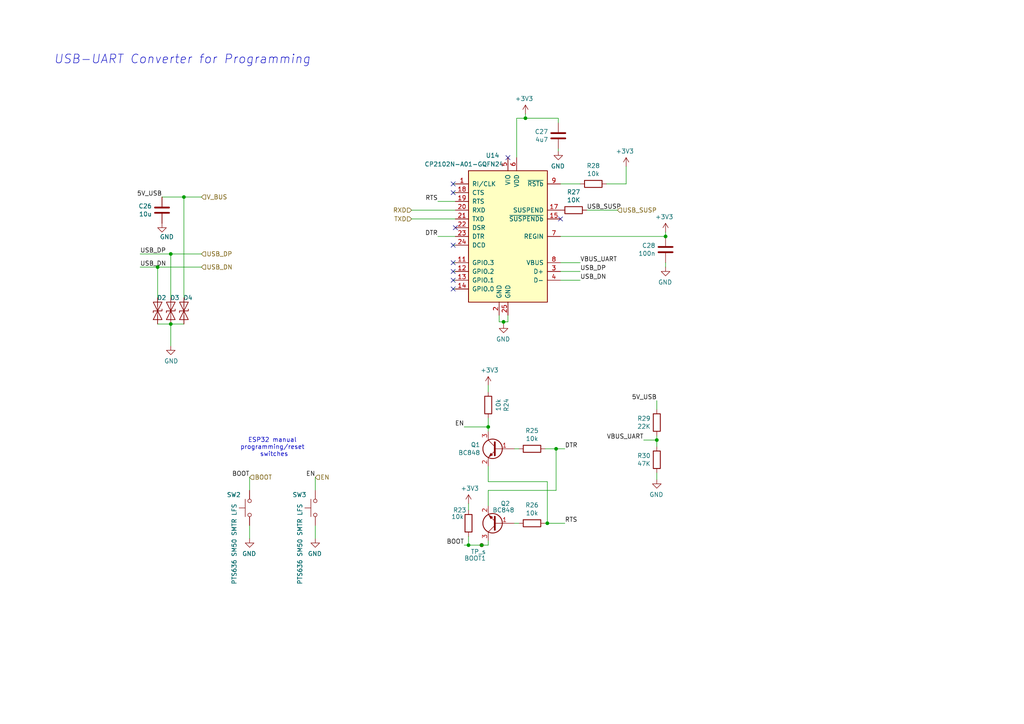
<source format=kicad_sch>
(kicad_sch (version 20231120) (generator "eeschema") (generator_version "8.0")
  (paper "A4")
  (lib_symbols
    (symbol "Connector:TestPoint_Small" (pin_numbers hide) (pin_names (offset 0.762) hide)
      (property "Reference" "TP" (at 0 3.81 0))
      (property "Value" "TestPoint_Small" (at 0 2.032 0))
      (symbol "TestPoint_Small_0_1"
        (circle (center 0 0) (radius 0.508))
      )
      (symbol "TestPoint_Small_1_1"
        (pin passive line (at 0 0 90) (length 0) (name "1") (number "1"))
      )
    )
    (symbol "Device:C" (pin_numbers hide) (pin_names (offset 0.254))
      (property "Reference" "C" (at 0.635 2.54 0))
      (property "Value" "C" (at 0.635 -2.54 0))
      (symbol "C_0_1"
        (polyline (pts (xy -2.032 -0.762) (xy 2.032 -0.762)) (stroke (width 0.508)))
        (polyline (pts (xy -2.032 0.762) (xy 2.032 0.762)) (stroke (width 0.508)))
      )
      (symbol "C_1_1"
        (pin passive line (at 0 3.81 270) (length 2.794) (name "~") (number "1"))
        (pin passive line (at 0 -3.81 90) (length 2.794) (name "~") (number "2"))
      )
    )
    (symbol "Device:R" (pin_numbers hide) (pin_names (offset 0))
      (property "Reference" "R" (at 2.032 0 90))
      (property "Value" "R" (at 0 0 90))
      (symbol "R_0_1"
        (rectangle (start -1.016 -2.54) (end 1.016 2.54) (stroke (width 0.254)))
      )
      (symbol "R_1_1"
        (pin passive line (at 0 3.81 270) (length 1.27) (name "~") (number "1"))
        (pin passive line (at 0 -3.81 90) (length 1.27) (name "~") (number "2"))
      )
    )
    (symbol "Transistor_BJT:BC848" (pin_names (offset 0) hide)
      (property "Reference" "Q" (at 5.08 1.905 0))
      (property "Value" "BC848" (at 5.08 0 0))
      (symbol "BC848_0_1"
        (polyline (pts (xy 0.635 0.635) (xy 2.54 2.54)))
        (polyline (pts (xy 0.635 -0.635) (xy 2.54 -2.54) (xy 2.54 -2.54)))
        (polyline (pts (xy 0.635 1.905) (xy 0.635 -1.905) (xy 0.635 -1.905)) (stroke (width 0.508)))
        (polyline (pts (xy 1.27 -1.778) (xy 1.778 -1.27) (xy 2.286 -2.286) (xy 1.27 -1.778) (xy 1.27 -1.778)) (fill (type outline)))
        (circle (center 1.27 0) (radius 2.8194) (stroke (width 0.254)))
      )
      (symbol "BC848_1_1"
        (pin input line (at -5.08 0 0) (length 5.715) (name "B") (number "1"))
        (pin passive line (at 2.54 -5.08 90) (length 2.54) (name "E") (number "2"))
        (pin passive line (at 2.54 5.08 270) (length 2.54) (name "C") (number "3"))
      )
    )
    (symbol "black_sensor_array_EIT_1-rescue:CP2102N-A01-GQFN24-Interface_USB" (pin_names (offset 1.016))
      (property "Reference" "U" (at -5.08 22.225 0))
      (property "Value" "CP2102N-A01-GQFN24-Interface_USB" (at -5.08 20.32 0))
      (symbol "CP2102N-A01-GQFN24-Interface_USB_0_1"
        (rectangle (start -11.43 19.05) (end 11.43 -19.05) (stroke (width 0.254)) (fill (type background)))
      )
      (symbol "CP2102N-A01-GQFN24-Interface_USB_1_1"
        (pin bidirectional line (at 15.24 15.24 180) (length 3.81) (name "RI/CLK") (number "1"))
        (pin no_connect line (at 10.16 -22.86 90) (length 3.81) hide (name "NC") (number "10"))
        (pin bidirectional line (at 15.24 -7.62 180) (length 3.81) (name "GPIO.3") (number "11"))
        (pin bidirectional line (at 15.24 -10.16 180) (length 3.81) (name "GPIO.2") (number "12"))
        (pin bidirectional line (at 15.24 -12.7 180) (length 3.81) (name "GPIO.1") (number "13"))
        (pin bidirectional line (at 15.24 -15.24 180) (length 3.81) (name "GPIO.0") (number "14"))
        (pin output line (at -15.24 5.08 0) (length 3.81) (name "~{SUSPENDb}") (number "15"))
        (pin no_connect line (at 7.62 -22.86 90) (length 3.81) hide (name "NC") (number "16"))
        (pin output line (at -15.24 7.62 0) (length 3.81) (name "SUSPEND") (number "17"))
        (pin input line (at 15.24 12.7 180) (length 3.81) (name "CTS") (number "18"))
        (pin output line (at 15.24 10.16 180) (length 3.81) (name "RTS") (number "19"))
        (pin power_in line (at 2.54 -22.86 90) (length 3.81) (name "GND") (number "2"))
        (pin input line (at 15.24 7.62 180) (length 3.81) (name "RXD") (number "20"))
        (pin output line (at 15.24 5.08 180) (length 3.81) (name "TXD") (number "21"))
        (pin input line (at 15.24 2.54 180) (length 3.81) (name "DSR") (number "22"))
        (pin output line (at 15.24 0 180) (length 3.81) (name "DTR") (number "23"))
        (pin input line (at 15.24 -2.54 180) (length 3.81) (name "DCD") (number "24"))
        (pin power_in line (at 0 -22.86 90) (length 3.81) (name "GND") (number "25"))
        (pin bidirectional line (at -15.24 -10.16 0) (length 3.81) (name "D+") (number "3"))
        (pin bidirectional line (at -15.24 -12.7 0) (length 3.81) (name "D-") (number "4"))
        (pin power_in line (at 0 22.86 270) (length 3.81) (name "VIO") (number "5"))
        (pin power_in line (at -2.54 22.86 270) (length 3.81) (name "VDD") (number "6"))
        (pin power_in line (at -15.24 0 0) (length 3.81) (name "REGIN") (number "7"))
        (pin input line (at -15.24 -7.62 0) (length 3.81) (name "VBUS") (number "8"))
        (pin input line (at -15.24 15.24 0) (length 3.81) (name "~{RSTb}") (number "9"))
      )
    )
    (symbol "black_sensor_array_EIT_1-rescue:SW_Push-Switch" (pin_numbers hide) (pin_names (offset 1.016) hide)
      (property "Reference" "SW" (at 1.27 2.54 0))
      (property "Value" "SW_Push-Switch" (at 0 -1.524 0))
      (symbol "SW_Push-Switch_0_1"
        (circle (center -2.032 0) (radius 0.508))
        (polyline (pts (xy 0 1.27) (xy 0 3.048)))
        (polyline (pts (xy 2.54 1.27) (xy -2.54 1.27)))
        (circle (center 2.032 0) (radius 0.508))
        (pin passive line (at -5.08 0 0) (length 2.54) (name "1") (number "1"))
        (pin passive line (at 5.08 0 180) (length 2.54) (name "2") (number "2"))
      )
    )
    (symbol "black_sensor_array_EIT_1-rescue:UAD8C05L01-Diode_1" (pin_numbers hide) (pin_names (offset 1.016) hide)
      (property "Reference" "D" (at 0 2.54 0))
      (property "Value" "UAD8C05L01-Diode_1" (at 0 -2.54 0))
      (symbol "UAD8C05L01-Diode_1_0_1"
        (polyline (pts (xy 1.27 0) (xy -1.27 0)))
        (polyline (pts (xy -2.54 -1.27) (xy 0 0) (xy -2.54 1.27) (xy -2.54 -1.27)) (stroke (width 0.2032)))
        (polyline (pts (xy 0.508 1.27) (xy 0 1.27) (xy 0 -1.27) (xy -0.508 -1.27)) (stroke (width 0.2032)))
        (polyline (pts (xy 2.54 1.27) (xy 2.54 -1.27) (xy 0 0) (xy 2.54 1.27)) (stroke (width 0.2032)))
      )
      (symbol "UAD8C05L01-Diode_1_1_1"
        (pin passive line (at -3.81 0 0) (length 2.54) (name "A1") (number "1"))
        (pin passive line (at 3.81 0 180) (length 2.54) (name "A2") (number "2"))
      )
    )
    (symbol "power:+3V3" (power) (pin_names (offset 0))
      (property "Value" "+3V3" (at 0 3.556 0))
      (symbol "+3V3_0_1"
        (polyline (pts (xy -0.762 1.27) (xy 0 2.54)))
        (polyline (pts (xy 0 0) (xy 0 2.54)))
        (polyline (pts (xy 0 2.54) (xy 0.762 1.27)))
      )
      (symbol "+3V3_1_1"
        (pin power_in line (at 0 0 90) (length 0) hide (name "+3V3") (number "1"))
      )
    )
    (symbol "power:GND" (power) (pin_names (offset 0))
      (property "Value" "GND" (at 0 -3.81 0))
      (symbol "GND_0_1"
        (polyline (pts (xy 0 0) (xy 0 -1.27) (xy 1.27 -1.27) (xy 0 -2.54) (xy -1.27 -1.27) (xy 0 -1.27)))
      )
      (symbol "GND_1_1"
        (pin power_in line (at 0 0 270) (length 0) hide (name "GND") (number "1"))
      )
    )
  )
  (junction (at 141.605 123.825))
  (junction (at 45.72 77.47))
  (junction (at 193.04 68.58))
  (junction (at 49.53 73.66))
  (junction (at 146.05 93.345))
  (junction (at 152.4 34.29))
  (junction (at 53.34 57.15))
  (junction (at 139.7 158.115))
  (junction (at 158.75 151.765))
  (junction (at 49.53 93.98))
  (junction (at 161.29 130.175))
  (junction (at 190.5 127.635))
  (junction (at 135.89 158.115))
  (no_connect (at 132.08 66.04))
  (no_connect (at 131.445 76.2))
  (no_connect (at 147.32 45.72))
  (no_connect (at 162.56 63.5))
  (no_connect (at 131.445 71.12))
  (no_connect (at 131.445 55.88))
  (no_connect (at 131.445 53.34))
  (no_connect (at 131.445 83.82))
  (no_connect (at 131.445 81.28))
  (no_connect (at 131.445 78.74))
  (wire (pts (xy 162.56 78.74) (xy 168.275 78.74)))
  (wire (pts (xy 141.605 142.24) (xy 161.29 142.24)))
  (wire (pts (xy 49.53 73.66) (xy 58.42 73.66)))
  (wire (pts (xy 45.72 77.47) (xy 40.64 77.47)))
  (wire (pts (xy 141.605 125.095) (xy 141.605 123.825)))
  (wire (pts (xy 149.86 34.29) (xy 152.4 34.29)))
  (wire (pts (xy 144.78 91.44) (xy 144.78 93.345)))
  (wire (pts (xy 72.39 152.4) (xy 72.39 156.21)))
  (wire (pts (xy 72.39 138.43) (xy 72.39 142.24)))
  (wire (pts (xy 135.89 158.115) (xy 134.62 158.115)))
  (wire (pts (xy 141.605 113.665) (xy 141.605 111.76)))
  (wire (pts (xy 146.05 93.98) (xy 146.05 93.345)))
  (wire (pts (xy 161.925 43.18) (xy 161.925 43.815)))
  (wire (pts (xy 49.53 73.66) (xy 40.64 73.66)))
  (wire (pts (xy 141.605 121.285) (xy 141.605 123.825)))
  (wire (pts (xy 149.225 151.765) (xy 150.495 151.765)))
  (wire (pts (xy 158.115 130.175) (xy 161.29 130.175)))
  (wire (pts (xy 141.605 158.115) (xy 139.7 158.115)))
  (wire (pts (xy 91.44 152.4) (xy 91.44 156.21)))
  (wire (pts (xy 132.08 76.2) (xy 131.445 76.2)))
  (wire (pts (xy 141.605 146.685) (xy 141.605 142.24)))
  (wire (pts (xy 132.08 58.42) (xy 127 58.42)))
  (wire (pts (xy 152.4 34.29) (xy 152.4 33.02)))
  (wire (pts (xy 161.29 142.24) (xy 161.29 130.175)))
  (wire (pts (xy 162.56 81.28) (xy 168.275 81.28)))
  (wire (pts (xy 132.08 83.82) (xy 131.445 83.82)))
  (wire (pts (xy 147.32 93.345) (xy 147.32 91.44)))
  (wire (pts (xy 132.08 55.88) (xy 131.445 55.88)))
  (wire (pts (xy 132.08 71.12) (xy 131.445 71.12)))
  (wire (pts (xy 53.34 86.36) (xy 53.34 57.15)))
  (wire (pts (xy 181.61 48.26) (xy 181.61 53.34)))
  (wire (pts (xy 132.08 68.58) (xy 127 68.58)))
  (wire (pts (xy 132.08 53.34) (xy 131.445 53.34)))
  (wire (pts (xy 190.5 127.635) (xy 186.69 127.635)))
  (wire (pts (xy 158.75 139.7) (xy 158.75 151.765)))
  (wire (pts (xy 168.275 76.2) (xy 162.56 76.2)))
  (wire (pts (xy 135.89 147.955) (xy 135.89 146.05)))
  (wire (pts (xy 146.05 93.345) (xy 147.32 93.345)))
  (wire (pts (xy 91.44 138.43) (xy 91.44 142.24)))
  (wire (pts (xy 168.275 53.34) (xy 162.56 53.34)))
  (wire (pts (xy 53.34 57.15) (xy 58.42 57.15)))
  (wire (pts (xy 132.08 78.74) (xy 131.445 78.74)))
  (wire (pts (xy 181.61 53.34) (xy 175.895 53.34)))
  (wire (pts (xy 158.75 151.765) (xy 158.115 151.765)))
  (wire (pts (xy 149.86 45.72) (xy 149.86 34.29)))
  (wire (pts (xy 45.72 86.36) (xy 45.72 77.47)))
  (wire (pts (xy 190.5 127.635) (xy 190.5 129.54)))
  (wire (pts (xy 53.34 57.15) (xy 46.99 57.15)))
  (wire (pts (xy 139.7 158.115) (xy 135.89 158.115)))
  (wire (pts (xy 190.5 118.745) (xy 190.5 116.205)))
  (wire (pts (xy 144.78 93.345) (xy 146.05 93.345)))
  (wire (pts (xy 141.605 156.845) (xy 141.605 158.115)))
  (wire (pts (xy 190.5 139.065) (xy 190.5 137.16)))
  (wire (pts (xy 132.08 60.96) (xy 119.38 60.96)))
  (wire (pts (xy 161.925 35.56) (xy 161.925 34.29)))
  (wire (pts (xy 141.605 123.825) (xy 134.62 123.825)))
  (wire (pts (xy 45.72 93.98) (xy 49.53 93.98)))
  (wire (pts (xy 141.605 135.255) (xy 141.605 139.7)))
  (wire (pts (xy 49.53 86.36) (xy 49.53 73.66)))
  (wire (pts (xy 150.495 130.175) (xy 149.225 130.175)))
  (wire (pts (xy 158.75 139.7) (xy 141.605 139.7)))
  (wire (pts (xy 163.83 130.175) (xy 161.29 130.175)))
  (wire (pts (xy 53.34 93.98) (xy 49.53 93.98)))
  (wire (pts (xy 132.08 63.5) (xy 119.38 63.5)))
  (wire (pts (xy 135.89 155.575) (xy 135.89 158.115)))
  (wire (pts (xy 193.04 68.58) (xy 162.56 68.58)))
  (wire (pts (xy 161.925 34.29) (xy 152.4 34.29)))
  (wire (pts (xy 170.18 60.96) (xy 179.07 60.96)))
  (wire (pts (xy 190.5 126.365) (xy 190.5 127.635)))
  (wire (pts (xy 193.04 76.2) (xy 193.04 77.47)))
  (wire (pts (xy 163.83 151.765) (xy 158.75 151.765)))
  (wire (pts (xy 132.08 81.28) (xy 131.445 81.28)))
  (wire (pts (xy 45.72 77.47) (xy 58.42 77.47)))
  (wire (pts (xy 49.53 93.98) (xy 49.53 100.33)))
  (wire (pts (xy 193.04 68.58) (xy 193.04 67.31)))
  (text "ESP32 manual \nprogramming/reset \nswitches" (at 79.502 129.794 0) (effects (font (size 1.27 1.27))))
  (text "USB-UART Converter for Programming\n" (at 90.17 18.796 0) (effects (font (size 2.54 2.54) (italic yes)) (justify right bottom)))
  (label "VBUS_UART" (at 168.275 76.2 0))
  (label "5V_USB" (at 46.99 57.15 180))
  (label "EN" (at 134.62 123.825 180))
  (label "USB_SUSP" (at 170.18 60.96 0))
  (label "EN" (at 91.44 138.43 180))
  (label "USB_DP" (at 40.64 73.66 0))
  (label "USB_DN" (at 40.64 77.47 0))
  (label "RTS" (at 127 58.42 180))
  (label "USB_DN" (at 168.275 81.28 0))
  (label "DTR" (at 127 68.58 180))
  (label "BOOT" (at 72.39 138.43 180))
  (label "VBUS_UART" (at 186.69 127.635 180))
  (label "BOOT" (at 134.62 158.115 180))
  (label "USB_DP" (at 168.275 78.74 0))
  (label "RTS" (at 163.83 151.765 0))
  (label "5V_USB" (at 190.5 116.205 180))
  (label "DTR" (at 163.83 130.175 0))
  (hierarchical_label "USB_DP" (shape input) (at 58.42 73.66 0))
  (hierarchical_label "USB_DN" (shape input) (at 58.42 77.47 0))
  (hierarchical_label "V_BUS" (shape input) (at 58.42 57.15 0))
  (hierarchical_label "EN" (shape input) (at 91.44 138.43 0))
  (hierarchical_label "USB_SUSP" (shape input) (at 179.07 60.96 0))
  (hierarchical_label "RXD" (shape input) (at 119.38 60.96 180))
  (hierarchical_label "BOOT" (shape input) (at 72.39 138.43 0))
  (hierarchical_label "TXD" (shape input) (at 119.38 63.5 180))
  (symbol (lib_id "Connector:TestPoint_Small") (at 139.7 158.115 0) (mirror y) (unit 1)
    (property "Reference" "BOOT1" (at 140.97 161.925 0) (effects (justify left)))
    (property "Value" "TP_s" (at 140.97 160.02 0) (effects (justify left)))
    (property "Footprint" "TestPoint:TestPoint_Pad_D2.0mm" (effects (hide yes)))
  )
  (symbol (lib_id "power:GND") (at 91.44 156.21 0) (mirror y) (unit 1)
    (property "Reference" "#PWR073" (effects (hide yes)))
    (property "Value" "GND" (at 91.313 160.6042 0))
  )
  (symbol (lib_id "Transistor_BJT:BC848") (at 144.145 151.765 180) (unit 1)
    (property "Reference" "Q2" (at 147.955 146.05 0) (effects (justify left)))
    (property "Value" "BC848" (at 149.225 147.955 0) (effects (justify left)))
    (property "Footprint" "Package_TO_SOT_SMD:SOT-23" (effects (hide yes)))
    (property "Datasheet" "http://www.infineon.com/dgdl/Infineon-BC847SERIES_BC848SERIES_BC849SERIES_BC850SERIES-DS-v01_01-en.pdf?fileId=db3a304314dca389011541d4630a1657" (effects (hide yes)))
  )
  (symbol (lib_id "power:+3V3") (at 181.61 48.26 0) (mirror y) (unit 1)
    (property "Reference" "#PWR079" (effects (hide yes)))
    (property "Value" "+3V3" (at 181.229 43.8658 0))
  )
  (symbol (lib_id "Device:R") (at 166.37 60.96 90) (mirror x) (unit 1)
    (property "Reference" "R27" (at 166.37 55.7022 90))
    (property "Value" "10K" (at 166.37 58.0136 90))
    (property "Footprint" "Resistor_SMD:R_0603_1608Metric_Pad0.98x0.95mm_HandSolder" (effects (hide yes)))
  )
  (symbol (lib_id "Device:C") (at 46.99 60.96 0) (mirror y) (unit 1)
    (property "Reference" "C26" (at 44.069 59.7916 0) (effects (justify left)))
    (property "Value" "10u" (at 44.069 62.103 0) (effects (justify left)))
    (property "Footprint" "Capacitor_SMD:C_0603_1608Metric_Pad1.08x0.95mm_HandSolder" (effects (hide yes)))
  )
  (symbol (lib_id "black_sensor_array_EIT_1-rescue:SW_Push-Switch") (at 91.44 147.32 90) (mirror x) (unit 1)
    (property "Reference" "SW3" (at 88.9 143.51 90) (effects (justify left)))
    (property "Value" "PTS636 SM50 SMTR LFS" (at 86.995 146.05 0) (effects (justify left)))
    (property "Footprint" "Button_Switch_SMD:SW_SPST_B3U-1000P" (effects (hide yes)))
  )
  (symbol (lib_id "black_sensor_array_EIT_1-rescue:UAD8C05L01-Diode_1") (at 45.72 90.17 90) (mirror x) (unit 1)
    (property "Reference" "D2" (at 48.26 86.36 90) (effects (justify left)))
    (property "Value" "UAD8C05L01" (effects (hide yes)))
    (property "Footprint" "SOD882D:D_SOD-882" (effects (hide yes)))
    (property "Datasheet" "https://www.yageo.com/upload/media/product/productsearch/datasheet/cpc/esd/UAD8C05L01_1.pdf" (effects (hide yes)))
  )
  (symbol (lib_id "Device:C") (at 161.925 39.37 0) (mirror y) (unit 1)
    (property "Reference" "C27" (at 159.004 38.2016 0) (effects (justify left)))
    (property "Value" "4u7" (at 159.004 40.513 0) (effects (justify left)))
    (property "Footprint" "Capacitor_SMD:C_0603_1608Metric_Pad1.08x0.95mm_HandSolder" (effects (hide yes)))
  )
  (symbol (lib_id "Device:R") (at 172.085 53.34 90) (mirror x) (unit 1)
    (property "Reference" "R28" (at 172.085 48.0822 90))
    (property "Value" "10k" (at 172.085 50.3936 90))
    (property "Footprint" "Resistor_SMD:R_0603_1608Metric_Pad0.98x0.95mm_HandSolder" (effects (hide yes)))
  )
  (symbol (lib_id "power:GND") (at 72.39 156.21 0) (mirror y) (unit 1)
    (property "Reference" "#PWR072" (effects (hide yes)))
    (property "Value" "GND" (at 72.263 160.6042 0))
  )
  (symbol (lib_id "power:GND") (at 49.53 100.33 0) (unit 1)
    (property "Reference" "#PWR071" (effects (hide yes)))
    (property "Value" "GND" (at 49.657 104.7242 0))
  )
  (symbol (lib_id "power:GND") (at 190.5 139.065 0) (mirror y) (unit 1)
    (property "Reference" "#PWR080" (effects (hide yes)))
    (property "Value" "GND" (at 190.373 143.4592 0))
  )
  (symbol (lib_id "power:+3V3") (at 141.605 111.76 0) (unit 1)
    (property "Reference" "#PWR075" (effects (hide yes)))
    (property "Value" "+3V3" (at 141.986 107.3658 0))
  )
  (symbol (lib_id "Device:R") (at 190.5 133.35 0) (mirror y) (unit 1)
    (property "Reference" "R30" (at 188.722 132.1816 0) (effects (justify left)))
    (property "Value" "47K" (at 188.722 134.493 0) (effects (justify left)))
    (property "Footprint" "Resistor_SMD:R_0603_1608Metric_Pad0.98x0.95mm_HandSolder" (effects (hide yes)))
  )
  (symbol (lib_id "black_sensor_array_EIT_1-rescue:CP2102N-A01-GQFN24-Interface_USB") (at 147.32 68.58 0) (mirror y) (unit 1)
    (property "Reference" "U14" (at 142.875 45.085 0))
    (property "Value" "CP2102N-A01-GQFN24" (at 134.62 47.625 0))
    (property "Footprint" "Package_DFN_QFN:QFN-24-1EP_4x4mm_P0.5mm_EP2.6x2.6mm" (effects (hide yes)))
    (property "Datasheet" "https://www.silabs.com/documents/public/data-sheets/cp2102n-datasheet.pdf" (effects (hide yes)))
  )
  (symbol (lib_id "Device:R") (at 154.305 151.765 90) (mirror x) (unit 1)
    (property "Reference" "R26" (at 154.305 146.5072 90))
    (property "Value" "10k" (at 154.305 148.8186 90))
    (property "Footprint" "Resistor_SMD:R_0603_1608Metric_Pad0.98x0.95mm_HandSolder" (effects (hide yes)))
  )
  (symbol (lib_id "power:+3V3") (at 152.4 33.02 0) (mirror y) (unit 1)
    (property "Reference" "#PWR077" (effects (hide yes)))
    (property "Value" "+3V3" (at 152.019 28.6258 0))
  )
  (symbol (lib_id "black_sensor_array_EIT_1-rescue:SW_Push-Switch") (at 72.39 147.32 90) (mirror x) (unit 1)
    (property "Reference" "SW2" (at 69.85 143.51 90) (effects (justify left)))
    (property "Value" "PTS636 SM50 SMTR LFS" (at 67.945 146.05 0) (effects (justify left)))
    (property "Footprint" "Button_Switch_SMD:SW_SPST_B3U-1000P" (effects (hide yes)))
  )
  (symbol (lib_id "power:GND") (at 146.05 93.98 0) (mirror y) (unit 1)
    (property "Reference" "#PWR076" (effects (hide yes)))
    (property "Value" "GND" (at 145.923 98.3742 0))
  )
  (symbol (lib_id "Transistor_BJT:BC848") (at 144.145 130.175 0) (mirror y) (unit 1)
    (property "Reference" "Q1" (at 139.2936 129.0066 0) (effects (justify left)))
    (property "Value" "BC848" (at 139.2936 131.318 0) (effects (justify left)))
    (property "Footprint" "Package_TO_SOT_SMD:SOT-23" (effects (hide yes)))
    (property "Datasheet" "http://www.infineon.com/dgdl/Infineon-BC847SERIES_BC848SERIES_BC849SERIES_BC850SERIES-DS-v01_01-en.pdf?fileId=db3a304314dca389011541d4630a1657" (effects (hide yes)))
  )
  (symbol (lib_id "power:+3V3") (at 135.89 146.05 0) (unit 1)
    (property "Reference" "#PWR074" (effects (hide yes)))
    (property "Value" "+3V3" (at 136.271 141.6558 0))
  )
  (symbol (lib_id "Device:C") (at 193.04 72.39 0) (mirror y) (unit 1)
    (property "Reference" "C28" (at 190.119 71.2216 0) (effects (justify left)))
    (property "Value" "100n" (at 190.119 73.533 0) (effects (justify left)))
    (property "Footprint" "Capacitor_SMD:C_0603_1608Metric_Pad1.08x0.95mm_HandSolder" (effects (hide yes)))
  )
  (symbol (lib_id "Device:R") (at 135.89 151.765 0) (mirror y) (unit 1)
    (property "Reference" "R23" (at 133.35 147.955 0))
    (property "Value" "10k" (at 132.715 149.86 0))
    (property "Footprint" "Resistor_SMD:R_0603_1608Metric_Pad0.98x0.95mm_HandSolder" (effects (hide yes)))
  )
  (symbol (lib_id "black_sensor_array_EIT_1-rescue:UAD8C05L01-Diode_1") (at 49.53 90.17 90) (mirror x) (unit 1)
    (property "Reference" "D3" (at 52.07 86.36 90) (effects (justify left)))
    (property "Value" "UAD8C05L01" (effects (hide yes)))
    (property "Footprint" "SOD882D:D_SOD-882" (effects (hide yes)))
    (property "Datasheet" "https://www.yageo.com/upload/media/product/productsearch/datasheet/cpc/esd/UAD8C05L01_1.pdf" (effects (hide yes)))
  )
  (symbol (lib_id "Device:R") (at 190.5 122.555 0) (mirror y) (unit 1)
    (property "Reference" "R29" (at 188.722 121.3866 0) (effects (justify left)))
    (property "Value" "22K" (at 188.722 123.698 0) (effects (justify left)))
    (property "Footprint" "Resistor_SMD:R_0603_1608Metric_Pad0.98x0.95mm_HandSolder" (effects (hide yes)))
  )
  (symbol (lib_id "power:GND") (at 46.99 64.77 0) (unit 1)
    (property "Reference" "#PWR070" (effects (hide yes)))
    (property "Value" "GND" (at 48.387 68.707 0))
  )
  (symbol (lib_id "power:+3V3") (at 193.04 67.31 0) (mirror y) (unit 1)
    (property "Reference" "#PWR081" (effects (hide yes)))
    (property "Value" "+3V3" (at 192.659 62.9158 0))
  )
  (symbol (lib_id "Device:R") (at 154.305 130.175 90) (mirror x) (unit 1)
    (property "Reference" "R25" (at 154.305 124.9172 90))
    (property "Value" "10k" (at 154.305 127.2286 90))
    (property "Footprint" "Resistor_SMD:R_0603_1608Metric_Pad0.98x0.95mm_HandSolder" (effects (hide yes)))
  )
  (symbol (lib_id "Device:R") (at 141.605 117.475 0) (mirror y) (unit 1)
    (property "Reference" "R24" (at 146.8628 117.475 90))
    (property "Value" "10k" (at 144.5514 117.475 90))
    (property "Footprint" "Resistor_SMD:R_0603_1608Metric_Pad0.98x0.95mm_HandSolder" (effects (hide yes)))
  )
  (symbol (lib_id "black_sensor_array_EIT_1-rescue:UAD8C05L01-Diode_1") (at 53.34 90.17 90) (mirror x) (unit 1)
    (property "Reference" "D4" (at 55.88 86.36 90) (effects (justify left)))
    (property "Value" "UAD8C05L01" (effects (hide yes)))
    (property "Footprint" "SOD882D:D_SOD-882" (effects (hide yes)))
    (property "Datasheet" "https://www.yageo.com/upload/media/product/productsearch/datasheet/cpc/esd/UAD8C05L01_1.pdf" (effects (hide yes)))
  )
  (symbol (lib_id "power:GND") (at 193.04 77.47 0) (mirror y) (unit 1)
    (property "Reference" "#PWR082" (effects (hide yes)))
    (property "Value" "GND" (at 192.913 81.8642 0))
  )
  (symbol (lib_id "power:GND") (at 161.925 43.815 0) (mirror y) (unit 1)
    (property "Reference" "#PWR078" (effects (hide yes)))
    (property "Value" "GND" (at 161.798 48.2092 0))
  )
)
</source>
